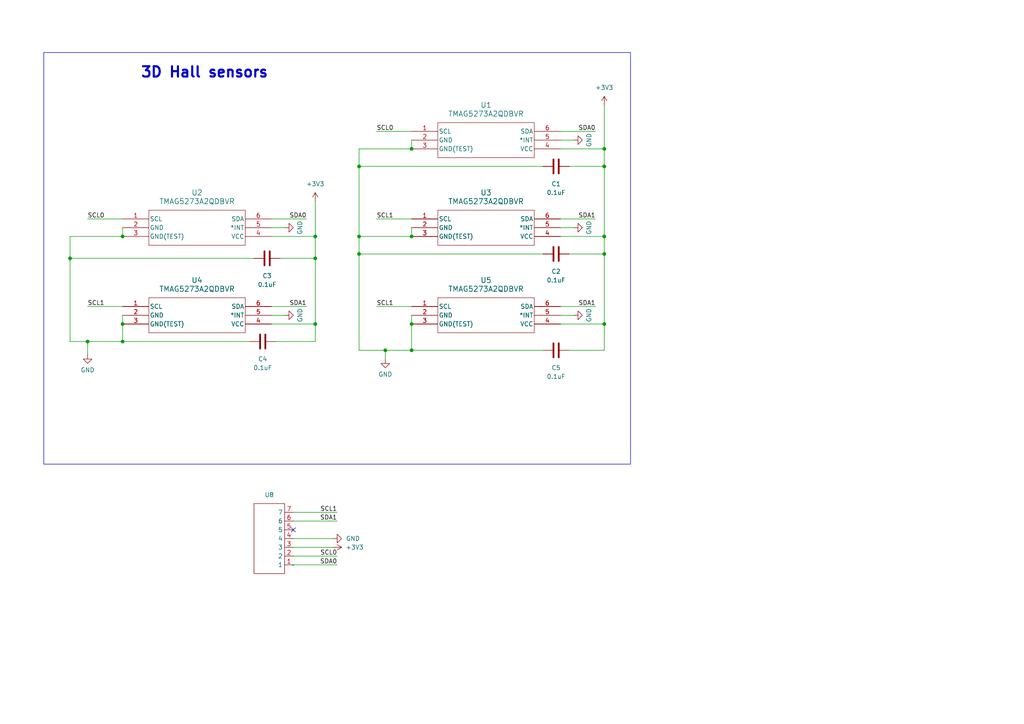
<source format=kicad_sch>
(kicad_sch (version 20230121) (generator eeschema)
  (paper "A4")
  (title_block (title "Index V1") (date "Feb 2024") (rev "V1") (company "CREATE Lab") (comment 1 "By Selina Bothner"))
  (lib_symbols
    (symbol "Device:C" (pin_numbers hide) (pin_names (offset 0.254))
      (property "Reference" "C" (at 0.635 2.54 0))
      (property "Value" "C" (at 0.635 -2.54 0))
      (symbol "C_0_1"
        (polyline (pts (xy -2.032 -0.762) (xy 2.032 -0.762)) (stroke (width 0.508)))
        (polyline (pts (xy -2.032 0.762) (xy 2.032 0.762)) (stroke (width 0.508)))
      )
      (symbol "C_1_1"
        (pin passive line (at 0 3.81 270) (length 2.794) (name "~") (number "1"))
        (pin passive line (at 0 -3.81 90) (length 2.794) (name "~") (number "2"))
      )
    )
    (symbol "MasterThesis_library:7Pin_FingerConnector_for_0527450797"
      (property "Reference" "U" (at 2.54 3.81 0))
      (symbol "7Pin_FingerConnector_for_0527450797_0_1"
        (rectangle (start 2.54 2.54) (end 11.43 -17.78))
      )
      (symbol "7Pin_FingerConnector_for_0527450797_1_1"
        (pin bidirectional line (at 0 0 0) (length 2.54) (name "1") (number "1"))
        (pin bidirectional line (at 0 -2.54 0) (length 2.54) (name "2") (number "2"))
        (pin bidirectional line (at 0 -5.08 0) (length 2.54) (name "3") (number "3"))
        (pin bidirectional line (at 0 -7.62 0) (length 2.54) (name "4") (number "4"))
        (pin bidirectional line (at 0 -10.16 0) (length 2.54) (name "5") (number "5"))
        (pin bidirectional line (at 0 -12.7 0) (length 2.54) (name "6") (number "6"))
        (pin bidirectional line (at 0 -15.24 0) (length 2.54) (name "7") (number "7"))
      )
    )
    (symbol "MasterThesis_library:TMAG5273A2QDBVR" (pin_names (offset 0.254))
      (property "Reference" "U" (at 19.05 10.16 0))
      (property "Value" "TMAG5273A2QDBVR" (at 19.05 7.62 0))
      (symbol "TMAG5273A2QDBVR_0_1"
        (polyline (pts (xy 7.62 -5.08) (xy 35.56 -5.08)) (stroke (width 0.127)))
        (polyline (pts (xy 7.62 5.08) (xy 7.62 -5.08)) (stroke (width 0.127)))
        (polyline (pts (xy 35.56 -5.08) (xy 35.56 5.08)) (stroke (width 0.127)))
        (polyline (pts (xy 35.56 5.08) (xy 7.62 5.08)) (stroke (width 0.127)))
        (pin bidirectional line (at 0 2.54 0) (length 7.62) (name "SCL") (number "1"))
        (pin power_out line (at 0 0 0) (length 7.62) (name "GND") (number "2"))
        (pin input line (at 0 -2.54 0) (length 7.62) (name "GND(TEST)") (number "3"))
        (pin power_in line (at 43.18 -2.54 180) (length 7.62) (name "VCC") (number "4"))
        (pin bidirectional line (at 43.18 0 180) (length 7.62) (name "*INT") (number "5"))
        (pin bidirectional line (at 43.18 2.54 180) (length 7.62) (name "SDA") (number "6"))
      )
    )
    (symbol "power:+3V3" (power) (pin_names (offset 0))
      (property "Value" "+3V3" (at 0 3.556 0))
      (symbol "+3V3_0_1"
        (polyline (pts (xy -0.762 1.27) (xy 0 2.54)))
        (polyline (pts (xy 0 0) (xy 0 2.54)))
        (polyline (pts (xy 0 2.54) (xy 0.762 1.27)))
      )
      (symbol "+3V3_1_1"
        (pin power_in line (at 0 0 90) (length 0) hide (name "+3V3") (number "1"))
      )
    )
    (symbol "power:GND" (power) (pin_names (offset 0))
      (property "Value" "GND" (at 0 -3.81 0))
      (symbol "GND_0_1"
        (polyline (pts (xy 0 0) (xy 0 -1.27) (xy 1.27 -1.27) (xy 0 -2.54) (xy -1.27 -1.27) (xy 0 -1.27)))
      )
      (symbol "GND_1_1"
        (pin power_in line (at 0 0 270) (length 0) hide (name "GND") (number "1"))
      )
    )
  )
  (junction (at 175.26 73.66))
  (junction (at 35.56 93.98))
  (junction (at 35.56 99.06))
  (junction (at 119.38 43.18))
  (junction (at 175.26 48.26))
  (junction (at 91.44 93.98))
  (junction (at 104.14 48.26))
  (junction (at 104.14 73.66))
  (junction (at 91.44 74.93))
  (junction (at 119.38 101.6))
  (junction (at 119.38 93.98))
  (junction (at 104.14 68.58))
  (junction (at 35.56 68.58))
  (junction (at 91.44 68.58))
  (junction (at 25.4 99.06))
  (junction (at 119.38 68.58))
  (junction (at 175.26 68.58))
  (junction (at 111.76 101.6))
  (junction (at 20.32 74.93))
  (junction (at 175.26 43.18))
  (junction (at 175.26 93.98))
  (no_connect (at 85.09 153.67))
  (wire (pts (xy 88.9 88.9) (xy 78.74 88.9)))
  (wire (pts (xy 91.44 93.98) (xy 91.44 74.93)))
  (wire (pts (xy 25.4 63.5) (xy 35.56 63.5)))
  (wire (pts (xy 157.48 48.26) (xy 104.14 48.26)))
  (wire (pts (xy 104.14 48.26) (xy 104.14 68.58)))
  (wire (pts (xy 104.14 73.66) (xy 104.14 101.6)))
  (wire (pts (xy 104.14 43.18) (xy 104.14 48.26)))
  (wire (pts (xy 165.1 73.66) (xy 175.26 73.66)))
  (wire (pts (xy 97.79 148.59) (xy 85.09 148.59)))
  (wire (pts (xy 20.32 68.58) (xy 35.56 68.58)))
  (wire (pts (xy 157.48 101.6) (xy 119.38 101.6)))
  (wire (pts (xy 111.76 101.6) (xy 104.14 101.6)))
  (wire (pts (xy 73.66 74.93) (xy 20.32 74.93)))
  (wire (pts (xy 81.28 74.93) (xy 91.44 74.93)))
  (wire (pts (xy 175.26 68.58) (xy 175.26 48.26)))
  (wire (pts (xy 35.56 91.44) (xy 35.56 93.98)))
  (wire (pts (xy 172.72 88.9) (xy 162.56 88.9)))
  (wire (pts (xy 119.38 40.64) (xy 119.38 43.18)))
  (wire (pts (xy 25.4 88.9) (xy 35.56 88.9)))
  (wire (pts (xy 175.26 30.48) (xy 175.26 43.18)))
  (wire (pts (xy 175.26 93.98) (xy 175.26 101.6)))
  (wire (pts (xy 162.56 93.98) (xy 175.26 93.98)))
  (wire (pts (xy 80.01 99.06) (xy 91.44 99.06)))
  (wire (pts (xy 20.32 99.06) (xy 25.4 99.06)))
  (wire (pts (xy 25.4 99.06) (xy 25.4 102.87)))
  (wire (pts (xy 109.22 63.5) (xy 119.38 63.5)))
  (wire (pts (xy 165.1 48.26) (xy 175.26 48.26)))
  (wire (pts (xy 78.74 93.98) (xy 91.44 93.98)))
  (wire (pts (xy 97.79 151.13) (xy 85.09 151.13)))
  (wire (pts (xy 119.38 93.98) (xy 119.38 101.6)))
  (wire (pts (xy 172.72 38.1) (xy 162.56 38.1)))
  (wire (pts (xy 78.74 91.44) (xy 82.55 91.44)))
  (wire (pts (xy 175.26 73.66) (xy 175.26 68.58)))
  (wire (pts (xy 165.1 101.6) (xy 175.26 101.6)))
  (wire (pts (xy 97.79 163.83) (xy 85.09 163.83)))
  (wire (pts (xy 157.48 73.66) (xy 104.14 73.66)))
  (wire (pts (xy 162.56 91.44) (xy 166.37 91.44)))
  (wire (pts (xy 175.26 93.98) (xy 175.26 73.66)))
  (wire (pts (xy 35.56 99.06) (xy 35.56 93.98)))
  (wire (pts (xy 96.52 156.21) (xy 85.09 156.21)))
  (wire (pts (xy 78.74 68.58) (xy 91.44 68.58)))
  (wire (pts (xy 119.38 91.44) (xy 119.38 93.98)))
  (wire (pts (xy 104.14 68.58) (xy 119.38 68.58)))
  (wire (pts (xy 119.38 101.6) (xy 111.76 101.6)))
  (wire (pts (xy 91.44 99.06) (xy 91.44 93.98)))
  (wire (pts (xy 111.76 101.6) (xy 111.76 104.14)))
  (wire (pts (xy 91.44 74.93) (xy 91.44 68.58)))
  (wire (pts (xy 20.32 68.58) (xy 20.32 74.93)))
  (wire (pts (xy 104.14 43.18) (xy 119.38 43.18)))
  (wire (pts (xy 162.56 68.58) (xy 175.26 68.58)))
  (wire (pts (xy 35.56 99.06) (xy 72.39 99.06)))
  (wire (pts (xy 175.26 48.26) (xy 175.26 43.18)))
  (wire (pts (xy 162.56 66.04) (xy 166.37 66.04)))
  (wire (pts (xy 109.22 88.9) (xy 119.38 88.9)))
  (wire (pts (xy 162.56 40.64) (xy 166.37 40.64)))
  (wire (pts (xy 91.44 58.42) (xy 91.44 68.58)))
  (wire (pts (xy 162.56 43.18) (xy 175.26 43.18)))
  (wire (pts (xy 78.74 66.04) (xy 82.55 66.04)))
  (wire (pts (xy 85.09 158.75) (xy 96.52 158.75)))
  (wire (pts (xy 35.56 66.04) (xy 35.56 68.58)))
  (wire (pts (xy 20.32 74.93) (xy 20.32 99.06)))
  (wire (pts (xy 172.72 63.5) (xy 162.56 63.5)))
  (wire (pts (xy 97.79 161.29) (xy 85.09 161.29)))
  (wire (pts (xy 88.9 63.5) (xy 78.74 63.5)))
  (wire (pts (xy 119.38 66.04) (xy 119.38 68.58)))
  (wire (pts (xy 104.14 68.58) (xy 104.14 73.66)))
  (wire (pts (xy 109.22 38.1) (xy 119.38 38.1)))
  (wire (pts (xy 25.4 99.06) (xy 35.56 99.06)))
  (rectangle (start 12.7 15.24) (end 182.88 134.62))
  (text "3D Hall sensors" (at 40.64 22.86 0) (effects (font (size 3 3) (thickness 0.6) bold) (justify left bottom)))
  (label "SDA1" (at 172.72 63.5 180))
  (label "SCL1" (at 97.79 148.59 180))
  (label "SCL0" (at 97.79 161.29 180))
  (label "SDA0" (at 88.9 63.5 180))
  (label "SDA1" (at 172.72 88.9 180))
  (label "SCL0" (at 25.4 63.5 0))
  (label "SDA1" (at 88.9 88.9 180))
  (label "SCL1" (at 109.22 88.9 0))
  (label "SDA0" (at 97.79 163.83 180))
  (label "SCL1" (at 25.4 88.9 0))
  (label "SDA0" (at 172.72 38.1 180))
  (label "SCL0" (at 109.22 38.1 0))
  (label "SCL1" (at 109.22 63.5 0))
  (label "SDA1" (at 97.79 151.13 180))
  (symbol (lib_id "Device:C") (at 76.2 99.06 270) (unit 1)
    (property "Reference" "C4" (at 76.2 104.14 90))
    (property "Value" "0.1uF" (at 76.2 106.68 90))
    (property "Footprint" "Capacitor_SMD:C_0402_1005Metric_Pad0.74x0.62mm_HandSolder" (effects hide))
  )
  (symbol (lib_id "MasterThesis_library:TMAG5273A2QDBVR") (at 35.56 66.04 0) (unit 1)
    (property "Reference" "U2" (at 57.15 55.88 0) (effects (font (size 1.524 1.524))))
    (property "Value" "TMAG5273A2QDBVR" (at 57.15 58.42 0) (effects (font (size 1.524 1.524))))
    (property "Footprint" "MasterThesis_library:TMAG5273A2" (effects hide))
    (property "Datasheet" "TMAG5273A2QDBVR" (effects hide))
  )
  (symbol (lib_id "power:+3V3") (at 91.44 58.42 0) (unit 1)
    (property "Reference" "#PWR02" (effects hide))
    (property "Value" "+3V3" (at 91.44 53.34 0))
  )
  (symbol (lib_id "MasterThesis_library:7Pin_FingerConnector_for_0527450797") (at 85.09 163.83 180) (unit 1)
    (property "Reference" "U8" (at 78.105 143.51 0))
    (property "Value" "~" (at 85.09 163.83 0))
    (property "Footprint" "MasterThesis_library:7Pin_FingerConnector_for 0527450797" (effects hide))
  )
  (symbol (lib_id "power:+3V3") (at 96.52 158.75 270) (unit 1)
    (property "Reference" "#PWR05" (effects hide))
    (property "Value" "+3V3" (at 102.87 158.75 90))
  )
  (symbol (lib_id "MasterThesis_library:TMAG5273A2QDBVR") (at 119.38 66.04 0) (unit 1)
    (property "Reference" "U3" (at 140.97 55.88 0) (effects (font (size 1.524 1.524))))
    (property "Value" "TMAG5273A2QDBVR" (at 140.97 58.42 0) (effects (font (size 1.524 1.524))))
    (property "Footprint" "MasterThesis_library:TMAG5273A2" (effects hide))
    (property "Datasheet" "TMAG5273A2QDBVR" (effects hide))
  )
  (symbol (lib_id "power:GND") (at 25.4 102.87 0) (unit 1)
    (property "Reference" "#PWR01" (effects hide))
    (property "Value" "GND" (at 25.4 107.315 0))
  )
  (symbol (lib_id "power:GND") (at 166.37 91.44 90) (unit 1)
    (property "Reference" "#PWR013" (effects hide))
    (property "Value" "GND" (at 170.815 91.44 0))
  )
  (symbol (lib_id "Device:C") (at 161.29 101.6 270) (unit 1)
    (property "Reference" "C5" (at 161.29 106.68 90))
    (property "Value" "0.1uF" (at 161.29 109.22 90))
    (property "Footprint" "Capacitor_SMD:C_0402_1005Metric_Pad0.74x0.62mm_HandSolder" (effects hide))
  )
  (symbol (lib_id "power:+3V3") (at 175.26 30.48 0) (unit 1)
    (property "Reference" "#PWR03" (effects hide))
    (property "Value" "+3V3" (at 175.26 25.4 0))
  )
  (symbol (lib_id "power:GND") (at 111.76 104.14 0) (unit 1)
    (property "Reference" "#PWR04" (effects hide))
    (property "Value" "GND" (at 111.76 108.585 0))
  )
  (symbol (lib_id "power:GND") (at 96.52 156.21 90) (unit 1)
    (property "Reference" "#PWR06" (effects hide))
    (property "Value" "GND" (at 100.33 156.21 90) (effects (justify right)))
  )
  (symbol (lib_id "power:GND") (at 82.55 66.04 90) (unit 1)
    (property "Reference" "#PWR09" (effects hide))
    (property "Value" "GND" (at 86.995 66.04 0))
  )
  (symbol (lib_id "power:GND") (at 166.37 40.64 90) (unit 1)
    (property "Reference" "#PWR015" (effects hide))
    (property "Value" "GND" (at 170.815 40.64 0))
  )
  (symbol (lib_id "Device:C") (at 161.29 48.26 270) (unit 1)
    (property "Reference" "C1" (at 161.29 53.34 90))
    (property "Value" "0.1uF" (at 161.29 55.88 90))
    (property "Footprint" "Capacitor_SMD:C_0402_1005Metric_Pad0.74x0.62mm_HandSolder" (effects hide))
  )
  (symbol (lib_id "Device:C") (at 77.47 74.93 270) (unit 1)
    (property "Reference" "C3" (at 77.47 80.01 90))
    (property "Value" "0.1uF" (at 77.47 82.55 90))
    (property "Footprint" "Capacitor_SMD:C_0402_1005Metric_Pad0.74x0.62mm_HandSolder" (effects hide))
  )
  (symbol (lib_id "power:GND") (at 166.37 66.04 90) (unit 1)
    (property "Reference" "#PWR014" (effects hide))
    (property "Value" "GND" (at 170.815 66.04 0))
  )
  (symbol (lib_id "power:GND") (at 82.55 91.44 90) (unit 1)
    (property "Reference" "#PWR011" (effects hide))
    (property "Value" "GND" (at 86.995 91.44 0))
  )
  (symbol (lib_id "Device:C") (at 161.29 73.66 270) (unit 1)
    (property "Reference" "C2" (at 161.29 78.74 90))
    (property "Value" "0.1uF" (at 161.29 81.28 90))
    (property "Footprint" "Capacitor_SMD:C_0402_1005Metric_Pad0.74x0.62mm_HandSolder" (effects hide))
  )
  (symbol (lib_id "MasterThesis_library:TMAG5273A2QDBVR") (at 119.38 91.44 0) (unit 1)
    (property "Reference" "U5" (at 140.97 81.28 0) (effects (font (size 1.524 1.524))))
    (property "Value" "TMAG5273A2QDBVR" (at 140.97 83.82 0) (effects (font (size 1.524 1.524))))
    (property "Footprint" "MasterThesis_library:TMAG5273A2" (effects hide))
    (property "Datasheet" "TMAG5273A2QDBVR" (effects hide))
  )
  (symbol (lib_id "MasterThesis_library:TMAG5273A2QDBVR") (at 119.38 40.64 0) (unit 1)
    (property "Reference" "U1" (at 140.97 30.48 0) (effects (font (size 1.524 1.524))))
    (property "Value" "TMAG5273A2QDBVR" (at 140.97 33.02 0) (effects (font (size 1.524 1.524))))
    (property "Footprint" "MasterThesis_library:TMAG5273A2" (effects hide))
    (property "Datasheet" "TMAG5273A2QDBVR" (effects hide))
  )
  (symbol (lib_id "MasterThesis_library:TMAG5273A2QDBVR") (at 35.56 91.44 0) (unit 1)
    (property "Reference" "U4" (at 57.15 81.28 0) (effects (font (size 1.524 1.524))))
    (property "Value" "TMAG5273A2QDBVR" (at 57.15 83.82 0) (effects (font (size 1.524 1.524))))
    (property "Footprint" "MasterThesis_library:TMAG5273A2" (effects hide))
    (property "Datasheet" "TMAG5273A2QDBVR" (effects hide))
  )
)
</source>
